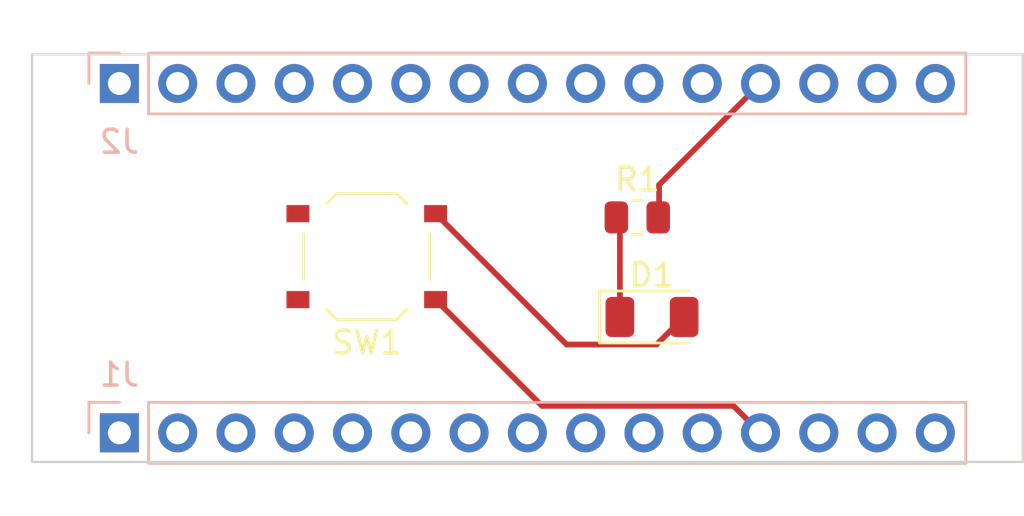
<source format=kicad_pcb>
(kicad_pcb (version 20241229) (generator "pcbnew") (generator_version "9.0")
  (title_block (date "sam. 04 avril 2015"))
  (layers (0 "F.Cu" signal) (2 "B.Cu" signal) (13 "F.Paste" user) (15 "B.Paste" user) (5 "F.SilkS" user "F.Silkscreen") (7 "B.SilkS" user "B.Silkscreen") (1 "F.Mask" user) (3 "B.Mask" user) (25 "Edge.Cuts" user))
  (net 0 "")
  (net 1 "GND")
  (net 2 "/~{RESET}")
  (net 3 "VCC")
  (net 4 "/*D9")
  (net 5 "/D8")
  (net 6 "/D7")
  (net 7 "/*D6")
  (net 8 "/*D5")
  (net 9 "/D4")
  (net 10 "+5V")
  (net 11 "/A3")
  (net 12 "/A2")
  (net 13 "/A1")
  (net 14 "/A0")
  (net 15 "/AREF")
  (net 16 "/D0{slash}RX")
  (net 17 "/D1{slash}TX")
  (net 18 "+3V3")
  (net 19 "/A7")
  (net 20 "/A6")
  (net 21 "/A5{slash}SCL")
  (net 22 "/A4{slash}SDA")
  (net 23 "/D13{slash}SCK")
  (net 24 "/D2")
  (net 25 "Net-(D1-K)")
  (net 26 "/*D10{slash}SS")
  (net 27 "/*D11{slash}MOSI")
  (net 28 "/D12{slash}MISO")
  (net 29 "Net-(D1-A)")
  (footprint "Arduino_MountingHole:MountingHole_65mil" (layer "F.Cu") (at 101.27 83.49)
    (property "Reference" "MH2" (hide yes))
    (property "Value" "MountingHole_65mil" (hide yes))
    (pad "" np_thru_hole circle (at 0 0) (size 1.651 1.651) (drill 1.651) (layers "*.Cu" "*.Mask"))
  )
  (footprint "Resistor_SMD:R_0805_2012Metric" (layer "F.Cu") (at 126.3804 89.332)
    (property "Reference" "R1" (at 0 -1.65 0) (layer "F.SilkS"))
    (property "Value" "150")
    (fp_line (start -0.227064 -0.735) (end 0.227064 -0.735) (stroke (width 0.12)) (layer "F.SilkS"))
    (fp_line (start -0.227064 0.735) (end 0.227064 0.735) (stroke (width 0.12)) (layer "F.SilkS"))
    (pad "1" smd roundrect (at -0.9125 0) (size 1.025 1.4) (layers "F.Cu" "F.Mask" "F.Paste") (roundrect_rratio 0.243902) (net 25 "Net-(D1-K)"))
    (pad "2" smd roundrect (at 0.9125 0) (size 1.025 1.4) (layers "F.Cu" "F.Mask" "F.Paste") (roundrect_rratio 0.243902) (net 1 "GND"))
  )
  (footprint "Arduino_MountingHole:MountingHole_65mil" (layer "F.Cu") (at 141.91 98.73)
    (property "Reference" "MH4" (hide yes))
    (property "Value" "MountingHole_65mil" (hide yes))
    (pad "" np_thru_hole circle (at 0 0) (size 1.651 1.651) (drill 1.651) (layers "*.Cu" "*.Mask"))
  )
  (footprint "Button_Switch_SMD:SW_Push_1P1T_XKB_TS-1187A" (layer "F.Cu") (at 114.5902 91.043 180)
    (property "Reference" "SW1" (at 0 -3.75 0) (layer "F.SilkS"))
    (property "Value" "SW_Push")
    (fp_line (start 2.75 -1) (end 2.75 1) (stroke (width 0.12)) (layer "F.SilkS"))
    (fp_line (start 1.75 2.3) (end 1.3 2.75) (stroke (width 0.12)) (layer "F.SilkS"))
    (fp_line (start 1.75 -2.3) (end 1.3 -2.75) (stroke (width 0.12)) (layer "F.SilkS"))
    (fp_line (start -1.3 2.75) (end 1.3 2.75) (stroke (width 0.12)) (layer "F.SilkS"))
    (fp_line (start -1.3 -2.75) (end 1.3 -2.75) (stroke (width 0.12)) (layer "F.SilkS"))
    (fp_line (start -1.75 2.3) (end -1.3 2.75) (stroke (width 0.12)) (layer "F.SilkS"))
    (fp_line (start -1.75 -2.3) (end -1.3 -2.75) (stroke (width 0.12)) (layer "F.SilkS"))
    (fp_line (start -2.75 -1) (end -2.75 1) (stroke (width 0.12)) (layer "F.SilkS"))
    (pad "1" smd rect (at -3 -1.875 180) (size 1 0.75) (layers "F.Cu" "F.Mask" "F.Paste") (net 10 "+5V"))
    (pad "1" smd rect (at 3 -1.875 180) (size 1 0.75) (layers "F.Cu" "F.Mask" "F.Paste") (net 10 "+5V"))
    (pad "2" smd rect (at -3 1.875 180) (size 1 0.75) (layers "F.Cu" "F.Mask" "F.Paste") (net 29 "Net-(D1-A)"))
    (pad "2" smd rect (at 3 1.875 180) (size 1 0.75) (layers "F.Cu" "F.Mask" "F.Paste") (net 29 "Net-(D1-A)"))
  )
  (footprint "Arduino_MountingHole:MountingHole_65mil" (layer "F.Cu") (at 101.27 98.73)
    (property "Reference" "MH1" (hide yes))
    (property "Value" "MountingHole_65mil" (hide yes))
    (pad "" np_thru_hole circle (at 0 0) (size 1.651 1.651) (drill 1.651) (layers "*.Cu" "*.Mask"))
  )
  (footprint "LED_SMD:LED_1206_3216Metric" (layer "F.Cu") (at 127.0226 93.6754)
    (property "Reference" "D1" (at 0 -1.82 0) (layer "F.SilkS"))
    (property "Value" "LED")
    (fp_line (start -2.285 -1.135) (end -2.285 1.135) (stroke (width 0.12)) (layer "F.SilkS"))
    (fp_line (start -2.285 1.135) (end 1.6 1.135) (stroke (width 0.12)) (layer "F.SilkS"))
    (fp_line (start 1.6 -1.135) (end -2.285 -1.135) (stroke (width 0.12)) (layer "F.SilkS"))
    (pad "1" smd roundrect (at -1.4 0) (size 1.25 1.75) (layers "F.Cu" "F.Mask" "F.Paste") (roundrect_rratio 0.2) (net 25 "Net-(D1-K)"))
    (pad "2" smd roundrect (at 1.4 0) (size 1.25 1.75) (layers "F.Cu" "F.Mask" "F.Paste") (roundrect_rratio 0.2) (net 29 "Net-(D1-A)"))
  )
  (footprint "Arduino_MountingHole:MountingHole_65mil" (layer "F.Cu") (at 141.91 83.49)
    (property "Reference" "MH3" (hide yes))
    (property "Value" "MountingHole_65mil" (hide yes))
    (pad "" np_thru_hole circle (at 0 0) (size 1.651 1.651) (drill 1.651) (layers "*.Cu" "*.Mask"))
  )
  (footprint "Connector_PinHeader_2.54mm:PinHeader_1x15_P2.54mm_Vertical" (layer "B.Cu") (at 103.81 98.73 -90)
    (property "Reference" "J1" (at -2.54 0 180) (layer "B.SilkS") (effects (justify mirror)))
    (property "Value" "Analog")
    (fp_line (start -1.33 1.33) (end 0 1.33) (stroke (width 0.12)) (layer "B.SilkS"))
    (fp_line (start -1.33 0) (end -1.33 1.33) (stroke (width 0.12)) (layer "B.SilkS"))
    (fp_line (start -1.33 -1.27) (end 1.33 -1.27) (stroke (width 0.12)) (layer "B.SilkS"))
    (fp_line (start -1.33 -1.27) (end -1.33 -36.89) (stroke (width 0.12)) (layer "B.SilkS"))
    (fp_line (start 1.33 -1.27) (end 1.33 -36.89) (stroke (width 0.12)) (layer "B.SilkS"))
    (fp_line (start -1.33 -36.89) (end 1.33 -36.89) (stroke (width 0.12)) (layer "B.SilkS"))
    (pad "1" thru_hole rect (at 0 0 270) (size 1.7 1.7) (drill 1) (layers "*.Cu" "*.Mask") (net 23 "/D13{slash}SCK"))
    (pad "2" thru_hole oval (at 0 -2.54 270) (size 1.7 1.7) (drill 1) (layers "*.Cu" "*.Mask") (net 18 "+3V3"))
    (pad "3" thru_hole oval (at 0 -5.08 270) (size 1.7 1.7) (drill 1) (layers "*.Cu" "*.Mask") (net 15 "/AREF"))
    (pad "4" thru_hole oval (at 0 -7.62 270) (size 1.7 1.7) (drill 1) (layers "*.Cu" "*.Mask") (net 14 "/A0"))
    (pad "5" thru_hole oval (at 0 -10.16 270) (size 1.7 1.7) (drill 1) (layers "*.Cu" "*.Mask") (net 13 "/A1"))
    (pad "6" thru_hole oval (at 0 -12.7 270) (size 1.7 1.7) (drill 1) (layers "*.Cu" "*.Mask") (net 12 "/A2"))
    (pad "7" thru_hole oval (at 0 -15.24 270) (size 1.7 1.7) (drill 1) (layers "*.Cu" "*.Mask") (net 11 "/A3"))
    (pad "8" thru_hole oval (at 0 -17.78 270) (size 1.7 1.7) (drill 1) (layers "*.Cu" "*.Mask") (net 22 "/A4{slash}SDA"))
    (pad "9" thru_hole oval (at 0 -20.32 270) (size 1.7 1.7) (drill 1) (layers "*.Cu" "*.Mask") (net 21 "/A5{slash}SCL"))
    (pad "10" thru_hole oval (at 0 -22.86 270) (size 1.7 1.7) (drill 1) (layers "*.Cu" "*.Mask") (net 20 "/A6"))
    (pad "11" thru_hole oval (at 0 -25.4 270) (size 1.7 1.7) (drill 1) (layers "*.Cu" "*.Mask") (net 19 "/A7"))
    (pad "12" thru_hole oval (at 0 -27.94 270) (size 1.7 1.7) (drill 1) (layers "*.Cu" "*.Mask") (net 10 "+5V"))
    (pad "13" thru_hole oval (at 0 -30.48 270) (size 1.7 1.7) (drill 1) (layers "*.Cu" "*.Mask") (net 2 "/~{RESET}"))
    (pad "14" thru_hole oval (at 0 -33.02 270) (size 1.7 1.7) (drill 1) (layers "*.Cu" "*.Mask") (net 1 "GND"))
    (pad "15" thru_hole oval (at 0 -35.56 270) (size 1.7 1.7) (drill 1) (layers "*.Cu" "*.Mask") (net 3 "VCC"))
  )
  (footprint "Connector_PinHeader_2.54mm:PinHeader_1x15_P2.54mm_Vertical" (layer "B.Cu") (at 103.81 83.49 -90)
    (property "Reference" "J2" (at 2.54 0 180) (layer "B.SilkS") (effects (justify mirror)))
    (property "Value" "Digital")
    (fp_line (start -1.33 1.33) (end 0 1.33) (stroke (width 0.12)) (layer "B.SilkS"))
    (fp_line (start -1.33 0) (end -1.33 1.33) (stroke (width 0.12)) (layer "B.SilkS"))
    (fp_line (start -1.33 -1.27) (end 1.33 -1.27) (stroke (width 0.12)) (layer "B.SilkS"))
    (fp_line (start -1.33 -1.27) (end -1.33 -36.89) (stroke (width 0.12)) (layer "B.SilkS"))
    (fp_line (start 1.33 -1.27) (end 1.33 -36.89) (stroke (width 0.12)) (layer "B.SilkS"))
    (fp_line (start -1.33 -36.89) (end 1.33 -36.89) (stroke (width 0.12)) (layer "B.SilkS"))
    (pad "1" thru_hole rect (at 0 0 270) (size 1.7 1.7) (drill 1) (layers "*.Cu" "*.Mask") (net 28 "/D12{slash}MISO"))
    (pad "2" thru_hole oval (at 0 -2.54 270) (size 1.7 1.7) (drill 1) (layers "*.Cu" "*.Mask") (net 27 "/*D11{slash}MOSI"))
    (pad "3" thru_hole oval (at 0 -5.08 270) (size 1.7 1.7) (drill 1) (layers "*.Cu" "*.Mask") (net 26 "/*D10{slash}SS"))
    (pad "4" thru_hole oval (at 0 -7.62 270) (size 1.7 1.7) (drill 1) (layers "*.Cu" "*.Mask") (net 4 "/*D9"))
    (pad "5" thru_hole oval (at 0 -10.16 270) (size 1.7 1.7) (drill 1) (layers "*.Cu" "*.Mask") (net 5 "/D8"))
    (pad "6" thru_hole oval (at 0 -12.7 270) (size 1.7 1.7) (drill 1) (layers "*.Cu" "*.Mask") (net 6 "/D7"))
    (pad "7" thru_hole oval (at 0 -15.24 270) (size 1.7 1.7) (drill 1) (layers "*.Cu" "*.Mask") (net 7 "/*D6"))
    (pad "8" thru_hole oval (at 0 -17.78 270) (size 1.7 1.7) (drill 1) (layers "*.Cu" "*.Mask") (net 8 "/*D5"))
    (pad "9" thru_hole oval (at 0 -20.32 270) (size 1.7 1.7) (drill 1) (layers "*.Cu" "*.Mask") (net 9 "/D4"))
    (pad "10" thru_hole oval (at 0 -22.86 270) (size 1.7 1.7) (drill 1) (layers "*.Cu" "*.Mask"))
    (pad "11" thru_hole oval (at 0 -25.4 270) (size 1.7 1.7) (drill 1) (layers "*.Cu" "*.Mask") (net 24 "/D2"))
    (pad "12" thru_hole oval (at 0 -27.94 270) (size 1.7 1.7) (drill 1) (layers "*.Cu" "*.Mask") (net 1 "GND"))
    (pad "13" thru_hole oval (at 0 -30.48 270) (size 1.7 1.7) (drill 1) (layers "*.Cu" "*.Mask") (net 2 "/~{RESET}"))
    (pad "14" thru_hole oval (at 0 -33.02 270) (size 1.7 1.7) (drill 1) (layers "*.Cu" "*.Mask") (net 16 "/D0{slash}RX"))
    (pad "15" thru_hole oval (at 0 -35.56 270) (size 1.7 1.7) (drill 1) (layers "*.Cu" "*.Mask") (net 17 "/D1{slash}TX"))
  )
  (gr_rect (start 100 82.22) (end 143.18 100) (stroke (width 0.1)) (fill no) (layer "Edge.Cuts"))
  (segment (start 127.3304 89.332) (end 127.3304 87.9096) (width 0.25) (layer "F.Cu") (net 1))
  (segment (start 127.3304 87.9096) (end 131.75 83.49) (width 0.25) (layer "F.Cu") (net 1))
  (segment (start 117.5902 92.918) (end 122.2262 97.554) (width 0.25) (layer "F.Cu") (net 10))
  (segment (start 130.574 97.554) (end 131.75 98.73) (width 0.25) (layer "F.Cu") (net 10))
  (segment (start 122.2262 97.554) (end 130.574 97.554) (width 0.25) (layer "F.Cu") (net 10))
  (segment (start 125.6226 89.5242) (end 125.4304 89.332) (width 0.25) (layer "F.Cu") (net 25))
  (segment (start 125.6226 93.6754) (end 125.6226 89.5242) (width 0.25) (layer "F.Cu") (net 25))
  (segment (start 123.2986 94.8764) (end 117.5902 89.168) (width 0.25) (layer "F.Cu") (net 29))
  (segment (start 127.2216 94.8764) (end 123.2986 94.8764) (width 0.25) (layer "F.Cu") (net 29))
  (segment (start 128.4226 93.6754) (end 127.2216 94.8764) (width 0.25) (layer "F.Cu") (net 29))
)
</source>
